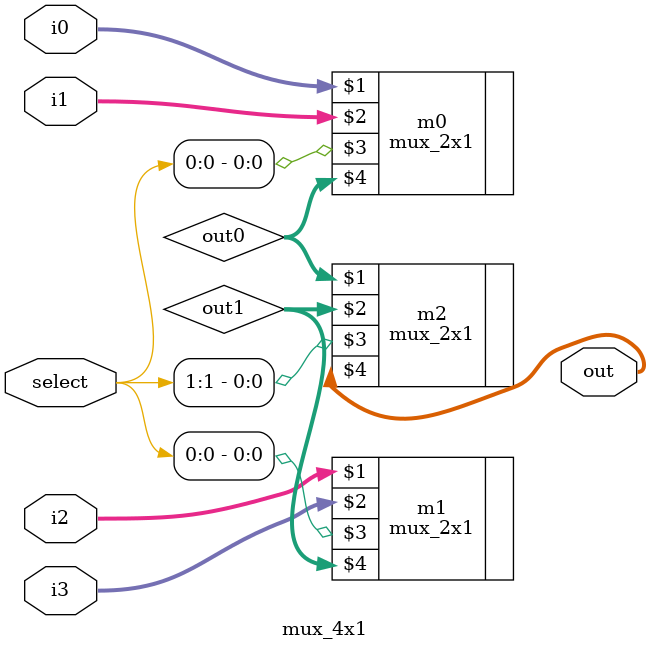
<source format=v>
/***************************************************
* 64 bit 4X1 MUX program
* Shanthanu S Rai(17CO242) and Varun Pattar(17CO249)
* January 5, 2019
****************************************************/

`include "mux_2x1.v"

module mux_4x1(i0, i1, i2, i3, select, out);
	
input [63:0] i0, i1, i2, i3;
input[1:0] select;
output [63:0] out;
wire[63:0] out0, out1;

mux_2x1 m0(i0, i1, select[0], out0);
mux_2x1 m1(i2, i3, select[0], out1);

mux_2x1 m2(out0, out1, select[1], out);
	
endmodule

</source>
